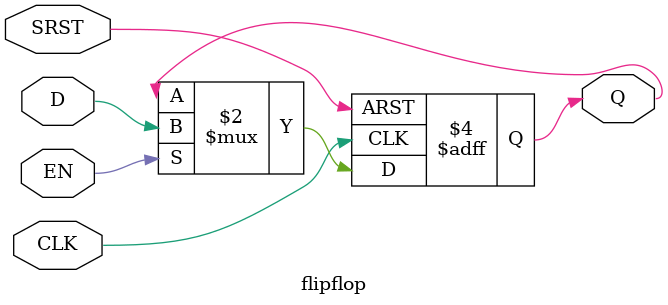
<source format=v>
module flipflop(
    input CLK,
    input SRST,
    input EN,
    input D,
    output reg Q);

    always @(posedge CLK or posedge SRST) begin
        if(SRST)
            Q <= 0;
        else if (EN)
            Q <= D;
    end

`ifdef COCOTB_SIM
initial begin
  $dumpfile ("flipflop.vcd");
  $dumpvars (0, flipflop);
  #1;
end

`endif
endmodule

</source>
